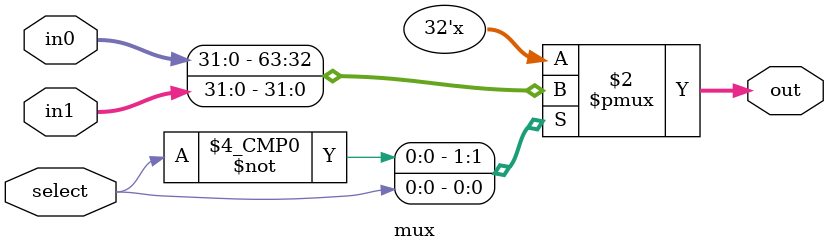
<source format=v>
module mux(
    input select,
    input [31:0] in0,in1,
    output reg [31:0] out
);

always @(*) begin
    case (select)
        0: begin
            out = in0;
        end
        1: begin
            out = in1;
        end
    endcase
end

endmodule
</source>
